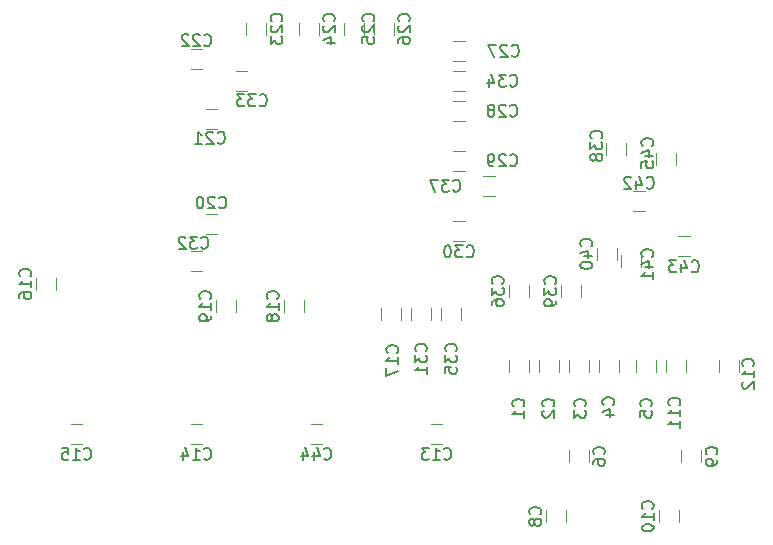
<source format=gbo>
G04 #@! TF.FileFunction,Legend,Bot*
%FSLAX46Y46*%
G04 Gerber Fmt 4.6, Leading zero omitted, Abs format (unit mm)*
G04 Created by KiCad (PCBNEW 4.0.4-stable) date 03/04/17 15:12:17*
%MOMM*%
%LPD*%
G01*
G04 APERTURE LIST*
%ADD10C,0.100000*%
%ADD11C,0.120000*%
%ADD12C,0.150000*%
G04 APERTURE END LIST*
D10*
D11*
X169760000Y-136660000D02*
X169760000Y-137660000D01*
X168060000Y-137660000D02*
X168060000Y-136660000D01*
X166155000Y-142740000D02*
X166155000Y-141740000D01*
X167855000Y-141740000D02*
X167855000Y-142740000D01*
X179285000Y-136660000D02*
X179285000Y-137660000D01*
X177585000Y-137660000D02*
X177585000Y-136660000D01*
X175680000Y-142740000D02*
X175680000Y-141740000D01*
X177380000Y-141740000D02*
X177380000Y-142740000D01*
X164680000Y-129040000D02*
X164680000Y-130040000D01*
X162980000Y-130040000D02*
X162980000Y-129040000D01*
X167220000Y-129040000D02*
X167220000Y-130040000D01*
X165520000Y-130040000D02*
X165520000Y-129040000D01*
X169760000Y-129040000D02*
X169760000Y-130040000D01*
X168060000Y-130040000D02*
X168060000Y-129040000D01*
X172300000Y-129040000D02*
X172300000Y-130040000D01*
X170600000Y-130040000D02*
X170600000Y-129040000D01*
X175475000Y-129040000D02*
X175475000Y-130040000D01*
X173775000Y-130040000D02*
X173775000Y-129040000D01*
X178015000Y-129040000D02*
X178015000Y-130040000D01*
X176315000Y-130040000D02*
X176315000Y-129040000D01*
X182460000Y-129040000D02*
X182460000Y-130040000D01*
X180760000Y-130040000D02*
X180760000Y-129040000D01*
X157345000Y-136105000D02*
X156345000Y-136105000D01*
X156345000Y-134405000D02*
X157345000Y-134405000D01*
X137025000Y-136105000D02*
X136025000Y-136105000D01*
X136025000Y-134405000D02*
X137025000Y-134405000D01*
X126865000Y-136105000D02*
X125865000Y-136105000D01*
X125865000Y-134405000D02*
X126865000Y-134405000D01*
X122975000Y-123055000D02*
X122975000Y-122055000D01*
X124675000Y-122055000D02*
X124675000Y-123055000D01*
X152185000Y-125595000D02*
X152185000Y-124595000D01*
X153885000Y-124595000D02*
X153885000Y-125595000D01*
X143930000Y-124960000D02*
X143930000Y-123960000D01*
X145630000Y-123960000D02*
X145630000Y-124960000D01*
X138215000Y-124960000D02*
X138215000Y-123960000D01*
X139915000Y-123960000D02*
X139915000Y-124960000D01*
X137295000Y-116625000D02*
X138295000Y-116625000D01*
X138295000Y-118325000D02*
X137295000Y-118325000D01*
X137295000Y-107735000D02*
X138295000Y-107735000D01*
X138295000Y-109435000D02*
X137295000Y-109435000D01*
X136025000Y-102655000D02*
X137025000Y-102655000D01*
X137025000Y-104355000D02*
X136025000Y-104355000D01*
X142455000Y-100465000D02*
X142455000Y-101465000D01*
X140755000Y-101465000D02*
X140755000Y-100465000D01*
X146900000Y-100465000D02*
X146900000Y-101465000D01*
X145200000Y-101465000D02*
X145200000Y-100465000D01*
X150710000Y-100465000D02*
X150710000Y-101465000D01*
X149010000Y-101465000D02*
X149010000Y-100465000D01*
X153250000Y-100465000D02*
X153250000Y-101465000D01*
X151550000Y-101465000D02*
X151550000Y-100465000D01*
X159250000Y-103720000D02*
X158250000Y-103720000D01*
X158250000Y-102020000D02*
X159250000Y-102020000D01*
X159250000Y-108800000D02*
X158250000Y-108800000D01*
X158250000Y-107100000D02*
X159250000Y-107100000D01*
X159250000Y-112991000D02*
X158250000Y-112991000D01*
X158250000Y-111291000D02*
X159250000Y-111291000D01*
X159250000Y-118960000D02*
X158250000Y-118960000D01*
X158250000Y-117260000D02*
X159250000Y-117260000D01*
X154725000Y-125595000D02*
X154725000Y-124595000D01*
X156425000Y-124595000D02*
X156425000Y-125595000D01*
X136025000Y-119800000D02*
X137025000Y-119800000D01*
X137025000Y-121500000D02*
X136025000Y-121500000D01*
X140835000Y-106260000D02*
X139835000Y-106260000D01*
X139835000Y-104560000D02*
X140835000Y-104560000D01*
X159250000Y-106260000D02*
X158250000Y-106260000D01*
X158250000Y-104560000D02*
X159250000Y-104560000D01*
X157265000Y-125595000D02*
X157265000Y-124595000D01*
X158965000Y-124595000D02*
X158965000Y-125595000D01*
X162980000Y-123690000D02*
X162980000Y-122690000D01*
X164680000Y-122690000D02*
X164680000Y-123690000D01*
X160790000Y-113450000D02*
X161790000Y-113450000D01*
X161790000Y-115150000D02*
X160790000Y-115150000D01*
X172935000Y-110625000D02*
X172935000Y-111625000D01*
X171235000Y-111625000D02*
X171235000Y-110625000D01*
X167425000Y-123690000D02*
X167425000Y-122690000D01*
X169125000Y-122690000D02*
X169125000Y-123690000D01*
X170473000Y-120515000D02*
X170473000Y-119515000D01*
X172173000Y-119515000D02*
X172173000Y-120515000D01*
X174205000Y-120150000D02*
X174205000Y-121150000D01*
X172505000Y-121150000D02*
X172505000Y-120150000D01*
X173490000Y-114720000D02*
X174490000Y-114720000D01*
X174490000Y-116420000D02*
X173490000Y-116420000D01*
X178300000Y-120230000D02*
X177300000Y-120230000D01*
X177300000Y-118530000D02*
X178300000Y-118530000D01*
X147185000Y-136105000D02*
X146185000Y-136105000D01*
X146185000Y-134405000D02*
X147185000Y-134405000D01*
X175426000Y-112514000D02*
X175426000Y-111514000D01*
X177126000Y-111514000D02*
X177126000Y-112514000D01*
D12*
X171017143Y-136993334D02*
X171064762Y-136945715D01*
X171112381Y-136802858D01*
X171112381Y-136707620D01*
X171064762Y-136564762D01*
X170969524Y-136469524D01*
X170874286Y-136421905D01*
X170683810Y-136374286D01*
X170540952Y-136374286D01*
X170350476Y-136421905D01*
X170255238Y-136469524D01*
X170160000Y-136564762D01*
X170112381Y-136707620D01*
X170112381Y-136802858D01*
X170160000Y-136945715D01*
X170207619Y-136993334D01*
X170112381Y-137850477D02*
X170112381Y-137660000D01*
X170160000Y-137564762D01*
X170207619Y-137517143D01*
X170350476Y-137421905D01*
X170540952Y-137374286D01*
X170921905Y-137374286D01*
X171017143Y-137421905D01*
X171064762Y-137469524D01*
X171112381Y-137564762D01*
X171112381Y-137755239D01*
X171064762Y-137850477D01*
X171017143Y-137898096D01*
X170921905Y-137945715D01*
X170683810Y-137945715D01*
X170588571Y-137898096D01*
X170540952Y-137850477D01*
X170493333Y-137755239D01*
X170493333Y-137564762D01*
X170540952Y-137469524D01*
X170588571Y-137421905D01*
X170683810Y-137374286D01*
X165612143Y-142073334D02*
X165659762Y-142025715D01*
X165707381Y-141882858D01*
X165707381Y-141787620D01*
X165659762Y-141644762D01*
X165564524Y-141549524D01*
X165469286Y-141501905D01*
X165278810Y-141454286D01*
X165135952Y-141454286D01*
X164945476Y-141501905D01*
X164850238Y-141549524D01*
X164755000Y-141644762D01*
X164707381Y-141787620D01*
X164707381Y-141882858D01*
X164755000Y-142025715D01*
X164802619Y-142073334D01*
X165135952Y-142644762D02*
X165088333Y-142549524D01*
X165040714Y-142501905D01*
X164945476Y-142454286D01*
X164897857Y-142454286D01*
X164802619Y-142501905D01*
X164755000Y-142549524D01*
X164707381Y-142644762D01*
X164707381Y-142835239D01*
X164755000Y-142930477D01*
X164802619Y-142978096D01*
X164897857Y-143025715D01*
X164945476Y-143025715D01*
X165040714Y-142978096D01*
X165088333Y-142930477D01*
X165135952Y-142835239D01*
X165135952Y-142644762D01*
X165183571Y-142549524D01*
X165231190Y-142501905D01*
X165326429Y-142454286D01*
X165516905Y-142454286D01*
X165612143Y-142501905D01*
X165659762Y-142549524D01*
X165707381Y-142644762D01*
X165707381Y-142835239D01*
X165659762Y-142930477D01*
X165612143Y-142978096D01*
X165516905Y-143025715D01*
X165326429Y-143025715D01*
X165231190Y-142978096D01*
X165183571Y-142930477D01*
X165135952Y-142835239D01*
X180542143Y-136993334D02*
X180589762Y-136945715D01*
X180637381Y-136802858D01*
X180637381Y-136707620D01*
X180589762Y-136564762D01*
X180494524Y-136469524D01*
X180399286Y-136421905D01*
X180208810Y-136374286D01*
X180065952Y-136374286D01*
X179875476Y-136421905D01*
X179780238Y-136469524D01*
X179685000Y-136564762D01*
X179637381Y-136707620D01*
X179637381Y-136802858D01*
X179685000Y-136945715D01*
X179732619Y-136993334D01*
X180637381Y-137469524D02*
X180637381Y-137660000D01*
X180589762Y-137755239D01*
X180542143Y-137802858D01*
X180399286Y-137898096D01*
X180208810Y-137945715D01*
X179827857Y-137945715D01*
X179732619Y-137898096D01*
X179685000Y-137850477D01*
X179637381Y-137755239D01*
X179637381Y-137564762D01*
X179685000Y-137469524D01*
X179732619Y-137421905D01*
X179827857Y-137374286D01*
X180065952Y-137374286D01*
X180161190Y-137421905D01*
X180208810Y-137469524D01*
X180256429Y-137564762D01*
X180256429Y-137755239D01*
X180208810Y-137850477D01*
X180161190Y-137898096D01*
X180065952Y-137945715D01*
X175137143Y-141597143D02*
X175184762Y-141549524D01*
X175232381Y-141406667D01*
X175232381Y-141311429D01*
X175184762Y-141168571D01*
X175089524Y-141073333D01*
X174994286Y-141025714D01*
X174803810Y-140978095D01*
X174660952Y-140978095D01*
X174470476Y-141025714D01*
X174375238Y-141073333D01*
X174280000Y-141168571D01*
X174232381Y-141311429D01*
X174232381Y-141406667D01*
X174280000Y-141549524D01*
X174327619Y-141597143D01*
X175232381Y-142549524D02*
X175232381Y-141978095D01*
X175232381Y-142263809D02*
X174232381Y-142263809D01*
X174375238Y-142168571D01*
X174470476Y-142073333D01*
X174518095Y-141978095D01*
X174232381Y-143168571D02*
X174232381Y-143263810D01*
X174280000Y-143359048D01*
X174327619Y-143406667D01*
X174422857Y-143454286D01*
X174613333Y-143501905D01*
X174851429Y-143501905D01*
X175041905Y-143454286D01*
X175137143Y-143406667D01*
X175184762Y-143359048D01*
X175232381Y-143263810D01*
X175232381Y-143168571D01*
X175184762Y-143073333D01*
X175137143Y-143025714D01*
X175041905Y-142978095D01*
X174851429Y-142930476D01*
X174613333Y-142930476D01*
X174422857Y-142978095D01*
X174327619Y-143025714D01*
X174280000Y-143073333D01*
X174232381Y-143168571D01*
X164187143Y-132929334D02*
X164234762Y-132881715D01*
X164282381Y-132738858D01*
X164282381Y-132643620D01*
X164234762Y-132500762D01*
X164139524Y-132405524D01*
X164044286Y-132357905D01*
X163853810Y-132310286D01*
X163710952Y-132310286D01*
X163520476Y-132357905D01*
X163425238Y-132405524D01*
X163330000Y-132500762D01*
X163282381Y-132643620D01*
X163282381Y-132738858D01*
X163330000Y-132881715D01*
X163377619Y-132929334D01*
X164282381Y-133881715D02*
X164282381Y-133310286D01*
X164282381Y-133596000D02*
X163282381Y-133596000D01*
X163425238Y-133500762D01*
X163520476Y-133405524D01*
X163568095Y-133310286D01*
X166727143Y-132929334D02*
X166774762Y-132881715D01*
X166822381Y-132738858D01*
X166822381Y-132643620D01*
X166774762Y-132500762D01*
X166679524Y-132405524D01*
X166584286Y-132357905D01*
X166393810Y-132310286D01*
X166250952Y-132310286D01*
X166060476Y-132357905D01*
X165965238Y-132405524D01*
X165870000Y-132500762D01*
X165822381Y-132643620D01*
X165822381Y-132738858D01*
X165870000Y-132881715D01*
X165917619Y-132929334D01*
X165917619Y-133310286D02*
X165870000Y-133357905D01*
X165822381Y-133453143D01*
X165822381Y-133691239D01*
X165870000Y-133786477D01*
X165917619Y-133834096D01*
X166012857Y-133881715D01*
X166108095Y-133881715D01*
X166250952Y-133834096D01*
X166822381Y-133262667D01*
X166822381Y-133881715D01*
X169394143Y-132929334D02*
X169441762Y-132881715D01*
X169489381Y-132738858D01*
X169489381Y-132643620D01*
X169441762Y-132500762D01*
X169346524Y-132405524D01*
X169251286Y-132357905D01*
X169060810Y-132310286D01*
X168917952Y-132310286D01*
X168727476Y-132357905D01*
X168632238Y-132405524D01*
X168537000Y-132500762D01*
X168489381Y-132643620D01*
X168489381Y-132738858D01*
X168537000Y-132881715D01*
X168584619Y-132929334D01*
X168489381Y-133262667D02*
X168489381Y-133881715D01*
X168870333Y-133548381D01*
X168870333Y-133691239D01*
X168917952Y-133786477D01*
X168965571Y-133834096D01*
X169060810Y-133881715D01*
X169298905Y-133881715D01*
X169394143Y-133834096D01*
X169441762Y-133786477D01*
X169489381Y-133691239D01*
X169489381Y-133405524D01*
X169441762Y-133310286D01*
X169394143Y-133262667D01*
X171807143Y-132802334D02*
X171854762Y-132754715D01*
X171902381Y-132611858D01*
X171902381Y-132516620D01*
X171854762Y-132373762D01*
X171759524Y-132278524D01*
X171664286Y-132230905D01*
X171473810Y-132183286D01*
X171330952Y-132183286D01*
X171140476Y-132230905D01*
X171045238Y-132278524D01*
X170950000Y-132373762D01*
X170902381Y-132516620D01*
X170902381Y-132611858D01*
X170950000Y-132754715D01*
X170997619Y-132802334D01*
X171235714Y-133659477D02*
X171902381Y-133659477D01*
X170854762Y-133421381D02*
X171569048Y-133183286D01*
X171569048Y-133802334D01*
X174982143Y-132929334D02*
X175029762Y-132881715D01*
X175077381Y-132738858D01*
X175077381Y-132643620D01*
X175029762Y-132500762D01*
X174934524Y-132405524D01*
X174839286Y-132357905D01*
X174648810Y-132310286D01*
X174505952Y-132310286D01*
X174315476Y-132357905D01*
X174220238Y-132405524D01*
X174125000Y-132500762D01*
X174077381Y-132643620D01*
X174077381Y-132738858D01*
X174125000Y-132881715D01*
X174172619Y-132929334D01*
X174077381Y-133834096D02*
X174077381Y-133357905D01*
X174553571Y-133310286D01*
X174505952Y-133357905D01*
X174458333Y-133453143D01*
X174458333Y-133691239D01*
X174505952Y-133786477D01*
X174553571Y-133834096D01*
X174648810Y-133881715D01*
X174886905Y-133881715D01*
X174982143Y-133834096D01*
X175029762Y-133786477D01*
X175077381Y-133691239D01*
X175077381Y-133453143D01*
X175029762Y-133357905D01*
X174982143Y-133310286D01*
X177395143Y-132834143D02*
X177442762Y-132786524D01*
X177490381Y-132643667D01*
X177490381Y-132548429D01*
X177442762Y-132405571D01*
X177347524Y-132310333D01*
X177252286Y-132262714D01*
X177061810Y-132215095D01*
X176918952Y-132215095D01*
X176728476Y-132262714D01*
X176633238Y-132310333D01*
X176538000Y-132405571D01*
X176490381Y-132548429D01*
X176490381Y-132643667D01*
X176538000Y-132786524D01*
X176585619Y-132834143D01*
X177490381Y-133786524D02*
X177490381Y-133215095D01*
X177490381Y-133500809D02*
X176490381Y-133500809D01*
X176633238Y-133405571D01*
X176728476Y-133310333D01*
X176776095Y-133215095D01*
X177490381Y-134738905D02*
X177490381Y-134167476D01*
X177490381Y-134453190D02*
X176490381Y-134453190D01*
X176633238Y-134357952D01*
X176728476Y-134262714D01*
X176776095Y-134167476D01*
X183618143Y-129532143D02*
X183665762Y-129484524D01*
X183713381Y-129341667D01*
X183713381Y-129246429D01*
X183665762Y-129103571D01*
X183570524Y-129008333D01*
X183475286Y-128960714D01*
X183284810Y-128913095D01*
X183141952Y-128913095D01*
X182951476Y-128960714D01*
X182856238Y-129008333D01*
X182761000Y-129103571D01*
X182713381Y-129246429D01*
X182713381Y-129341667D01*
X182761000Y-129484524D01*
X182808619Y-129532143D01*
X183713381Y-130484524D02*
X183713381Y-129913095D01*
X183713381Y-130198809D02*
X182713381Y-130198809D01*
X182856238Y-130103571D01*
X182951476Y-130008333D01*
X182999095Y-129913095D01*
X182808619Y-130865476D02*
X182761000Y-130913095D01*
X182713381Y-131008333D01*
X182713381Y-131246429D01*
X182761000Y-131341667D01*
X182808619Y-131389286D01*
X182903857Y-131436905D01*
X182999095Y-131436905D01*
X183141952Y-131389286D01*
X183713381Y-130817857D01*
X183713381Y-131436905D01*
X157487857Y-137362143D02*
X157535476Y-137409762D01*
X157678333Y-137457381D01*
X157773571Y-137457381D01*
X157916429Y-137409762D01*
X158011667Y-137314524D01*
X158059286Y-137219286D01*
X158106905Y-137028810D01*
X158106905Y-136885952D01*
X158059286Y-136695476D01*
X158011667Y-136600238D01*
X157916429Y-136505000D01*
X157773571Y-136457381D01*
X157678333Y-136457381D01*
X157535476Y-136505000D01*
X157487857Y-136552619D01*
X156535476Y-137457381D02*
X157106905Y-137457381D01*
X156821191Y-137457381D02*
X156821191Y-136457381D01*
X156916429Y-136600238D01*
X157011667Y-136695476D01*
X157106905Y-136743095D01*
X156202143Y-136457381D02*
X155583095Y-136457381D01*
X155916429Y-136838333D01*
X155773571Y-136838333D01*
X155678333Y-136885952D01*
X155630714Y-136933571D01*
X155583095Y-137028810D01*
X155583095Y-137266905D01*
X155630714Y-137362143D01*
X155678333Y-137409762D01*
X155773571Y-137457381D01*
X156059286Y-137457381D01*
X156154524Y-137409762D01*
X156202143Y-137362143D01*
X137167857Y-137362143D02*
X137215476Y-137409762D01*
X137358333Y-137457381D01*
X137453571Y-137457381D01*
X137596429Y-137409762D01*
X137691667Y-137314524D01*
X137739286Y-137219286D01*
X137786905Y-137028810D01*
X137786905Y-136885952D01*
X137739286Y-136695476D01*
X137691667Y-136600238D01*
X137596429Y-136505000D01*
X137453571Y-136457381D01*
X137358333Y-136457381D01*
X137215476Y-136505000D01*
X137167857Y-136552619D01*
X136215476Y-137457381D02*
X136786905Y-137457381D01*
X136501191Y-137457381D02*
X136501191Y-136457381D01*
X136596429Y-136600238D01*
X136691667Y-136695476D01*
X136786905Y-136743095D01*
X135358333Y-136790714D02*
X135358333Y-137457381D01*
X135596429Y-136409762D02*
X135834524Y-137124048D01*
X135215476Y-137124048D01*
X127007857Y-137362143D02*
X127055476Y-137409762D01*
X127198333Y-137457381D01*
X127293571Y-137457381D01*
X127436429Y-137409762D01*
X127531667Y-137314524D01*
X127579286Y-137219286D01*
X127626905Y-137028810D01*
X127626905Y-136885952D01*
X127579286Y-136695476D01*
X127531667Y-136600238D01*
X127436429Y-136505000D01*
X127293571Y-136457381D01*
X127198333Y-136457381D01*
X127055476Y-136505000D01*
X127007857Y-136552619D01*
X126055476Y-137457381D02*
X126626905Y-137457381D01*
X126341191Y-137457381D02*
X126341191Y-136457381D01*
X126436429Y-136600238D01*
X126531667Y-136695476D01*
X126626905Y-136743095D01*
X125150714Y-136457381D02*
X125626905Y-136457381D01*
X125674524Y-136933571D01*
X125626905Y-136885952D01*
X125531667Y-136838333D01*
X125293571Y-136838333D01*
X125198333Y-136885952D01*
X125150714Y-136933571D01*
X125103095Y-137028810D01*
X125103095Y-137266905D01*
X125150714Y-137362143D01*
X125198333Y-137409762D01*
X125293571Y-137457381D01*
X125531667Y-137457381D01*
X125626905Y-137409762D01*
X125674524Y-137362143D01*
X122432143Y-121912143D02*
X122479762Y-121864524D01*
X122527381Y-121721667D01*
X122527381Y-121626429D01*
X122479762Y-121483571D01*
X122384524Y-121388333D01*
X122289286Y-121340714D01*
X122098810Y-121293095D01*
X121955952Y-121293095D01*
X121765476Y-121340714D01*
X121670238Y-121388333D01*
X121575000Y-121483571D01*
X121527381Y-121626429D01*
X121527381Y-121721667D01*
X121575000Y-121864524D01*
X121622619Y-121912143D01*
X122527381Y-122864524D02*
X122527381Y-122293095D01*
X122527381Y-122578809D02*
X121527381Y-122578809D01*
X121670238Y-122483571D01*
X121765476Y-122388333D01*
X121813095Y-122293095D01*
X121527381Y-123721667D02*
X121527381Y-123531190D01*
X121575000Y-123435952D01*
X121622619Y-123388333D01*
X121765476Y-123293095D01*
X121955952Y-123245476D01*
X122336905Y-123245476D01*
X122432143Y-123293095D01*
X122479762Y-123340714D01*
X122527381Y-123435952D01*
X122527381Y-123626429D01*
X122479762Y-123721667D01*
X122432143Y-123769286D01*
X122336905Y-123816905D01*
X122098810Y-123816905D01*
X122003571Y-123769286D01*
X121955952Y-123721667D01*
X121908333Y-123626429D01*
X121908333Y-123435952D01*
X121955952Y-123340714D01*
X122003571Y-123293095D01*
X122098810Y-123245476D01*
X153519143Y-128389143D02*
X153566762Y-128341524D01*
X153614381Y-128198667D01*
X153614381Y-128103429D01*
X153566762Y-127960571D01*
X153471524Y-127865333D01*
X153376286Y-127817714D01*
X153185810Y-127770095D01*
X153042952Y-127770095D01*
X152852476Y-127817714D01*
X152757238Y-127865333D01*
X152662000Y-127960571D01*
X152614381Y-128103429D01*
X152614381Y-128198667D01*
X152662000Y-128341524D01*
X152709619Y-128389143D01*
X153614381Y-129341524D02*
X153614381Y-128770095D01*
X153614381Y-129055809D02*
X152614381Y-129055809D01*
X152757238Y-128960571D01*
X152852476Y-128865333D01*
X152900095Y-128770095D01*
X152614381Y-129674857D02*
X152614381Y-130341524D01*
X153614381Y-129912952D01*
X143387143Y-123817143D02*
X143434762Y-123769524D01*
X143482381Y-123626667D01*
X143482381Y-123531429D01*
X143434762Y-123388571D01*
X143339524Y-123293333D01*
X143244286Y-123245714D01*
X143053810Y-123198095D01*
X142910952Y-123198095D01*
X142720476Y-123245714D01*
X142625238Y-123293333D01*
X142530000Y-123388571D01*
X142482381Y-123531429D01*
X142482381Y-123626667D01*
X142530000Y-123769524D01*
X142577619Y-123817143D01*
X143482381Y-124769524D02*
X143482381Y-124198095D01*
X143482381Y-124483809D02*
X142482381Y-124483809D01*
X142625238Y-124388571D01*
X142720476Y-124293333D01*
X142768095Y-124198095D01*
X142910952Y-125340952D02*
X142863333Y-125245714D01*
X142815714Y-125198095D01*
X142720476Y-125150476D01*
X142672857Y-125150476D01*
X142577619Y-125198095D01*
X142530000Y-125245714D01*
X142482381Y-125340952D01*
X142482381Y-125531429D01*
X142530000Y-125626667D01*
X142577619Y-125674286D01*
X142672857Y-125721905D01*
X142720476Y-125721905D01*
X142815714Y-125674286D01*
X142863333Y-125626667D01*
X142910952Y-125531429D01*
X142910952Y-125340952D01*
X142958571Y-125245714D01*
X143006190Y-125198095D01*
X143101429Y-125150476D01*
X143291905Y-125150476D01*
X143387143Y-125198095D01*
X143434762Y-125245714D01*
X143482381Y-125340952D01*
X143482381Y-125531429D01*
X143434762Y-125626667D01*
X143387143Y-125674286D01*
X143291905Y-125721905D01*
X143101429Y-125721905D01*
X143006190Y-125674286D01*
X142958571Y-125626667D01*
X142910952Y-125531429D01*
X137672143Y-123817143D02*
X137719762Y-123769524D01*
X137767381Y-123626667D01*
X137767381Y-123531429D01*
X137719762Y-123388571D01*
X137624524Y-123293333D01*
X137529286Y-123245714D01*
X137338810Y-123198095D01*
X137195952Y-123198095D01*
X137005476Y-123245714D01*
X136910238Y-123293333D01*
X136815000Y-123388571D01*
X136767381Y-123531429D01*
X136767381Y-123626667D01*
X136815000Y-123769524D01*
X136862619Y-123817143D01*
X137767381Y-124769524D02*
X137767381Y-124198095D01*
X137767381Y-124483809D02*
X136767381Y-124483809D01*
X136910238Y-124388571D01*
X137005476Y-124293333D01*
X137053095Y-124198095D01*
X137767381Y-125245714D02*
X137767381Y-125436190D01*
X137719762Y-125531429D01*
X137672143Y-125579048D01*
X137529286Y-125674286D01*
X137338810Y-125721905D01*
X136957857Y-125721905D01*
X136862619Y-125674286D01*
X136815000Y-125626667D01*
X136767381Y-125531429D01*
X136767381Y-125340952D01*
X136815000Y-125245714D01*
X136862619Y-125198095D01*
X136957857Y-125150476D01*
X137195952Y-125150476D01*
X137291190Y-125198095D01*
X137338810Y-125245714D01*
X137386429Y-125340952D01*
X137386429Y-125531429D01*
X137338810Y-125626667D01*
X137291190Y-125674286D01*
X137195952Y-125721905D01*
X138437857Y-116082143D02*
X138485476Y-116129762D01*
X138628333Y-116177381D01*
X138723571Y-116177381D01*
X138866429Y-116129762D01*
X138961667Y-116034524D01*
X139009286Y-115939286D01*
X139056905Y-115748810D01*
X139056905Y-115605952D01*
X139009286Y-115415476D01*
X138961667Y-115320238D01*
X138866429Y-115225000D01*
X138723571Y-115177381D01*
X138628333Y-115177381D01*
X138485476Y-115225000D01*
X138437857Y-115272619D01*
X138056905Y-115272619D02*
X138009286Y-115225000D01*
X137914048Y-115177381D01*
X137675952Y-115177381D01*
X137580714Y-115225000D01*
X137533095Y-115272619D01*
X137485476Y-115367857D01*
X137485476Y-115463095D01*
X137533095Y-115605952D01*
X138104524Y-116177381D01*
X137485476Y-116177381D01*
X136866429Y-115177381D02*
X136771190Y-115177381D01*
X136675952Y-115225000D01*
X136628333Y-115272619D01*
X136580714Y-115367857D01*
X136533095Y-115558333D01*
X136533095Y-115796429D01*
X136580714Y-115986905D01*
X136628333Y-116082143D01*
X136675952Y-116129762D01*
X136771190Y-116177381D01*
X136866429Y-116177381D01*
X136961667Y-116129762D01*
X137009286Y-116082143D01*
X137056905Y-115986905D01*
X137104524Y-115796429D01*
X137104524Y-115558333D01*
X137056905Y-115367857D01*
X137009286Y-115272619D01*
X136961667Y-115225000D01*
X136866429Y-115177381D01*
X138310857Y-110593143D02*
X138358476Y-110640762D01*
X138501333Y-110688381D01*
X138596571Y-110688381D01*
X138739429Y-110640762D01*
X138834667Y-110545524D01*
X138882286Y-110450286D01*
X138929905Y-110259810D01*
X138929905Y-110116952D01*
X138882286Y-109926476D01*
X138834667Y-109831238D01*
X138739429Y-109736000D01*
X138596571Y-109688381D01*
X138501333Y-109688381D01*
X138358476Y-109736000D01*
X138310857Y-109783619D01*
X137929905Y-109783619D02*
X137882286Y-109736000D01*
X137787048Y-109688381D01*
X137548952Y-109688381D01*
X137453714Y-109736000D01*
X137406095Y-109783619D01*
X137358476Y-109878857D01*
X137358476Y-109974095D01*
X137406095Y-110116952D01*
X137977524Y-110688381D01*
X137358476Y-110688381D01*
X136406095Y-110688381D02*
X136977524Y-110688381D01*
X136691810Y-110688381D02*
X136691810Y-109688381D01*
X136787048Y-109831238D01*
X136882286Y-109926476D01*
X136977524Y-109974095D01*
X137167857Y-102338143D02*
X137215476Y-102385762D01*
X137358333Y-102433381D01*
X137453571Y-102433381D01*
X137596429Y-102385762D01*
X137691667Y-102290524D01*
X137739286Y-102195286D01*
X137786905Y-102004810D01*
X137786905Y-101861952D01*
X137739286Y-101671476D01*
X137691667Y-101576238D01*
X137596429Y-101481000D01*
X137453571Y-101433381D01*
X137358333Y-101433381D01*
X137215476Y-101481000D01*
X137167857Y-101528619D01*
X136786905Y-101528619D02*
X136739286Y-101481000D01*
X136644048Y-101433381D01*
X136405952Y-101433381D01*
X136310714Y-101481000D01*
X136263095Y-101528619D01*
X136215476Y-101623857D01*
X136215476Y-101719095D01*
X136263095Y-101861952D01*
X136834524Y-102433381D01*
X136215476Y-102433381D01*
X135834524Y-101528619D02*
X135786905Y-101481000D01*
X135691667Y-101433381D01*
X135453571Y-101433381D01*
X135358333Y-101481000D01*
X135310714Y-101528619D01*
X135263095Y-101623857D01*
X135263095Y-101719095D01*
X135310714Y-101861952D01*
X135882143Y-102433381D01*
X135263095Y-102433381D01*
X143712143Y-100322143D02*
X143759762Y-100274524D01*
X143807381Y-100131667D01*
X143807381Y-100036429D01*
X143759762Y-99893571D01*
X143664524Y-99798333D01*
X143569286Y-99750714D01*
X143378810Y-99703095D01*
X143235952Y-99703095D01*
X143045476Y-99750714D01*
X142950238Y-99798333D01*
X142855000Y-99893571D01*
X142807381Y-100036429D01*
X142807381Y-100131667D01*
X142855000Y-100274524D01*
X142902619Y-100322143D01*
X142902619Y-100703095D02*
X142855000Y-100750714D01*
X142807381Y-100845952D01*
X142807381Y-101084048D01*
X142855000Y-101179286D01*
X142902619Y-101226905D01*
X142997857Y-101274524D01*
X143093095Y-101274524D01*
X143235952Y-101226905D01*
X143807381Y-100655476D01*
X143807381Y-101274524D01*
X142807381Y-101607857D02*
X142807381Y-102226905D01*
X143188333Y-101893571D01*
X143188333Y-102036429D01*
X143235952Y-102131667D01*
X143283571Y-102179286D01*
X143378810Y-102226905D01*
X143616905Y-102226905D01*
X143712143Y-102179286D01*
X143759762Y-102131667D01*
X143807381Y-102036429D01*
X143807381Y-101750714D01*
X143759762Y-101655476D01*
X143712143Y-101607857D01*
X148157143Y-100322143D02*
X148204762Y-100274524D01*
X148252381Y-100131667D01*
X148252381Y-100036429D01*
X148204762Y-99893571D01*
X148109524Y-99798333D01*
X148014286Y-99750714D01*
X147823810Y-99703095D01*
X147680952Y-99703095D01*
X147490476Y-99750714D01*
X147395238Y-99798333D01*
X147300000Y-99893571D01*
X147252381Y-100036429D01*
X147252381Y-100131667D01*
X147300000Y-100274524D01*
X147347619Y-100322143D01*
X147347619Y-100703095D02*
X147300000Y-100750714D01*
X147252381Y-100845952D01*
X147252381Y-101084048D01*
X147300000Y-101179286D01*
X147347619Y-101226905D01*
X147442857Y-101274524D01*
X147538095Y-101274524D01*
X147680952Y-101226905D01*
X148252381Y-100655476D01*
X148252381Y-101274524D01*
X147585714Y-102131667D02*
X148252381Y-102131667D01*
X147204762Y-101893571D02*
X147919048Y-101655476D01*
X147919048Y-102274524D01*
X151487143Y-100322143D02*
X151534762Y-100274524D01*
X151582381Y-100131667D01*
X151582381Y-100036429D01*
X151534762Y-99893571D01*
X151439524Y-99798333D01*
X151344286Y-99750714D01*
X151153810Y-99703095D01*
X151010952Y-99703095D01*
X150820476Y-99750714D01*
X150725238Y-99798333D01*
X150630000Y-99893571D01*
X150582381Y-100036429D01*
X150582381Y-100131667D01*
X150630000Y-100274524D01*
X150677619Y-100322143D01*
X150677619Y-100703095D02*
X150630000Y-100750714D01*
X150582381Y-100845952D01*
X150582381Y-101084048D01*
X150630000Y-101179286D01*
X150677619Y-101226905D01*
X150772857Y-101274524D01*
X150868095Y-101274524D01*
X151010952Y-101226905D01*
X151582381Y-100655476D01*
X151582381Y-101274524D01*
X150582381Y-102179286D02*
X150582381Y-101703095D01*
X151058571Y-101655476D01*
X151010952Y-101703095D01*
X150963333Y-101798333D01*
X150963333Y-102036429D01*
X151010952Y-102131667D01*
X151058571Y-102179286D01*
X151153810Y-102226905D01*
X151391905Y-102226905D01*
X151487143Y-102179286D01*
X151534762Y-102131667D01*
X151582381Y-102036429D01*
X151582381Y-101798333D01*
X151534762Y-101703095D01*
X151487143Y-101655476D01*
X154507143Y-100322143D02*
X154554762Y-100274524D01*
X154602381Y-100131667D01*
X154602381Y-100036429D01*
X154554762Y-99893571D01*
X154459524Y-99798333D01*
X154364286Y-99750714D01*
X154173810Y-99703095D01*
X154030952Y-99703095D01*
X153840476Y-99750714D01*
X153745238Y-99798333D01*
X153650000Y-99893571D01*
X153602381Y-100036429D01*
X153602381Y-100131667D01*
X153650000Y-100274524D01*
X153697619Y-100322143D01*
X153697619Y-100703095D02*
X153650000Y-100750714D01*
X153602381Y-100845952D01*
X153602381Y-101084048D01*
X153650000Y-101179286D01*
X153697619Y-101226905D01*
X153792857Y-101274524D01*
X153888095Y-101274524D01*
X154030952Y-101226905D01*
X154602381Y-100655476D01*
X154602381Y-101274524D01*
X153602381Y-102131667D02*
X153602381Y-101941190D01*
X153650000Y-101845952D01*
X153697619Y-101798333D01*
X153840476Y-101703095D01*
X154030952Y-101655476D01*
X154411905Y-101655476D01*
X154507143Y-101703095D01*
X154554762Y-101750714D01*
X154602381Y-101845952D01*
X154602381Y-102036429D01*
X154554762Y-102131667D01*
X154507143Y-102179286D01*
X154411905Y-102226905D01*
X154173810Y-102226905D01*
X154078571Y-102179286D01*
X154030952Y-102131667D01*
X153983333Y-102036429D01*
X153983333Y-101845952D01*
X154030952Y-101750714D01*
X154078571Y-101703095D01*
X154173810Y-101655476D01*
X163202857Y-103227143D02*
X163250476Y-103274762D01*
X163393333Y-103322381D01*
X163488571Y-103322381D01*
X163631429Y-103274762D01*
X163726667Y-103179524D01*
X163774286Y-103084286D01*
X163821905Y-102893810D01*
X163821905Y-102750952D01*
X163774286Y-102560476D01*
X163726667Y-102465238D01*
X163631429Y-102370000D01*
X163488571Y-102322381D01*
X163393333Y-102322381D01*
X163250476Y-102370000D01*
X163202857Y-102417619D01*
X162821905Y-102417619D02*
X162774286Y-102370000D01*
X162679048Y-102322381D01*
X162440952Y-102322381D01*
X162345714Y-102370000D01*
X162298095Y-102417619D01*
X162250476Y-102512857D01*
X162250476Y-102608095D01*
X162298095Y-102750952D01*
X162869524Y-103322381D01*
X162250476Y-103322381D01*
X161917143Y-102322381D02*
X161250476Y-102322381D01*
X161679048Y-103322381D01*
X163075857Y-108307143D02*
X163123476Y-108354762D01*
X163266333Y-108402381D01*
X163361571Y-108402381D01*
X163504429Y-108354762D01*
X163599667Y-108259524D01*
X163647286Y-108164286D01*
X163694905Y-107973810D01*
X163694905Y-107830952D01*
X163647286Y-107640476D01*
X163599667Y-107545238D01*
X163504429Y-107450000D01*
X163361571Y-107402381D01*
X163266333Y-107402381D01*
X163123476Y-107450000D01*
X163075857Y-107497619D01*
X162694905Y-107497619D02*
X162647286Y-107450000D01*
X162552048Y-107402381D01*
X162313952Y-107402381D01*
X162218714Y-107450000D01*
X162171095Y-107497619D01*
X162123476Y-107592857D01*
X162123476Y-107688095D01*
X162171095Y-107830952D01*
X162742524Y-108402381D01*
X162123476Y-108402381D01*
X161552048Y-107830952D02*
X161647286Y-107783333D01*
X161694905Y-107735714D01*
X161742524Y-107640476D01*
X161742524Y-107592857D01*
X161694905Y-107497619D01*
X161647286Y-107450000D01*
X161552048Y-107402381D01*
X161361571Y-107402381D01*
X161266333Y-107450000D01*
X161218714Y-107497619D01*
X161171095Y-107592857D01*
X161171095Y-107640476D01*
X161218714Y-107735714D01*
X161266333Y-107783333D01*
X161361571Y-107830952D01*
X161552048Y-107830952D01*
X161647286Y-107878571D01*
X161694905Y-107926190D01*
X161742524Y-108021429D01*
X161742524Y-108211905D01*
X161694905Y-108307143D01*
X161647286Y-108354762D01*
X161552048Y-108402381D01*
X161361571Y-108402381D01*
X161266333Y-108354762D01*
X161218714Y-108307143D01*
X161171095Y-108211905D01*
X161171095Y-108021429D01*
X161218714Y-107926190D01*
X161266333Y-107878571D01*
X161361571Y-107830952D01*
X163075857Y-112498143D02*
X163123476Y-112545762D01*
X163266333Y-112593381D01*
X163361571Y-112593381D01*
X163504429Y-112545762D01*
X163599667Y-112450524D01*
X163647286Y-112355286D01*
X163694905Y-112164810D01*
X163694905Y-112021952D01*
X163647286Y-111831476D01*
X163599667Y-111736238D01*
X163504429Y-111641000D01*
X163361571Y-111593381D01*
X163266333Y-111593381D01*
X163123476Y-111641000D01*
X163075857Y-111688619D01*
X162694905Y-111688619D02*
X162647286Y-111641000D01*
X162552048Y-111593381D01*
X162313952Y-111593381D01*
X162218714Y-111641000D01*
X162171095Y-111688619D01*
X162123476Y-111783857D01*
X162123476Y-111879095D01*
X162171095Y-112021952D01*
X162742524Y-112593381D01*
X162123476Y-112593381D01*
X161647286Y-112593381D02*
X161456810Y-112593381D01*
X161361571Y-112545762D01*
X161313952Y-112498143D01*
X161218714Y-112355286D01*
X161171095Y-112164810D01*
X161171095Y-111783857D01*
X161218714Y-111688619D01*
X161266333Y-111641000D01*
X161361571Y-111593381D01*
X161552048Y-111593381D01*
X161647286Y-111641000D01*
X161694905Y-111688619D01*
X161742524Y-111783857D01*
X161742524Y-112021952D01*
X161694905Y-112117190D01*
X161647286Y-112164810D01*
X161552048Y-112212429D01*
X161361571Y-112212429D01*
X161266333Y-112164810D01*
X161218714Y-112117190D01*
X161171095Y-112021952D01*
X159392857Y-120217143D02*
X159440476Y-120264762D01*
X159583333Y-120312381D01*
X159678571Y-120312381D01*
X159821429Y-120264762D01*
X159916667Y-120169524D01*
X159964286Y-120074286D01*
X160011905Y-119883810D01*
X160011905Y-119740952D01*
X159964286Y-119550476D01*
X159916667Y-119455238D01*
X159821429Y-119360000D01*
X159678571Y-119312381D01*
X159583333Y-119312381D01*
X159440476Y-119360000D01*
X159392857Y-119407619D01*
X159059524Y-119312381D02*
X158440476Y-119312381D01*
X158773810Y-119693333D01*
X158630952Y-119693333D01*
X158535714Y-119740952D01*
X158488095Y-119788571D01*
X158440476Y-119883810D01*
X158440476Y-120121905D01*
X158488095Y-120217143D01*
X158535714Y-120264762D01*
X158630952Y-120312381D01*
X158916667Y-120312381D01*
X159011905Y-120264762D01*
X159059524Y-120217143D01*
X157821429Y-119312381D02*
X157726190Y-119312381D01*
X157630952Y-119360000D01*
X157583333Y-119407619D01*
X157535714Y-119502857D01*
X157488095Y-119693333D01*
X157488095Y-119931429D01*
X157535714Y-120121905D01*
X157583333Y-120217143D01*
X157630952Y-120264762D01*
X157726190Y-120312381D01*
X157821429Y-120312381D01*
X157916667Y-120264762D01*
X157964286Y-120217143D01*
X158011905Y-120121905D01*
X158059524Y-119931429D01*
X158059524Y-119693333D01*
X158011905Y-119502857D01*
X157964286Y-119407619D01*
X157916667Y-119360000D01*
X157821429Y-119312381D01*
X155932143Y-128262143D02*
X155979762Y-128214524D01*
X156027381Y-128071667D01*
X156027381Y-127976429D01*
X155979762Y-127833571D01*
X155884524Y-127738333D01*
X155789286Y-127690714D01*
X155598810Y-127643095D01*
X155455952Y-127643095D01*
X155265476Y-127690714D01*
X155170238Y-127738333D01*
X155075000Y-127833571D01*
X155027381Y-127976429D01*
X155027381Y-128071667D01*
X155075000Y-128214524D01*
X155122619Y-128262143D01*
X155027381Y-128595476D02*
X155027381Y-129214524D01*
X155408333Y-128881190D01*
X155408333Y-129024048D01*
X155455952Y-129119286D01*
X155503571Y-129166905D01*
X155598810Y-129214524D01*
X155836905Y-129214524D01*
X155932143Y-129166905D01*
X155979762Y-129119286D01*
X156027381Y-129024048D01*
X156027381Y-128738333D01*
X155979762Y-128643095D01*
X155932143Y-128595476D01*
X156027381Y-130166905D02*
X156027381Y-129595476D01*
X156027381Y-129881190D02*
X155027381Y-129881190D01*
X155170238Y-129785952D01*
X155265476Y-129690714D01*
X155313095Y-129595476D01*
X136913857Y-119483143D02*
X136961476Y-119530762D01*
X137104333Y-119578381D01*
X137199571Y-119578381D01*
X137342429Y-119530762D01*
X137437667Y-119435524D01*
X137485286Y-119340286D01*
X137532905Y-119149810D01*
X137532905Y-119006952D01*
X137485286Y-118816476D01*
X137437667Y-118721238D01*
X137342429Y-118626000D01*
X137199571Y-118578381D01*
X137104333Y-118578381D01*
X136961476Y-118626000D01*
X136913857Y-118673619D01*
X136580524Y-118578381D02*
X135961476Y-118578381D01*
X136294810Y-118959333D01*
X136151952Y-118959333D01*
X136056714Y-119006952D01*
X136009095Y-119054571D01*
X135961476Y-119149810D01*
X135961476Y-119387905D01*
X136009095Y-119483143D01*
X136056714Y-119530762D01*
X136151952Y-119578381D01*
X136437667Y-119578381D01*
X136532905Y-119530762D01*
X136580524Y-119483143D01*
X135580524Y-118673619D02*
X135532905Y-118626000D01*
X135437667Y-118578381D01*
X135199571Y-118578381D01*
X135104333Y-118626000D01*
X135056714Y-118673619D01*
X135009095Y-118768857D01*
X135009095Y-118864095D01*
X135056714Y-119006952D01*
X135628143Y-119578381D01*
X135009095Y-119578381D01*
X141866857Y-107418143D02*
X141914476Y-107465762D01*
X142057333Y-107513381D01*
X142152571Y-107513381D01*
X142295429Y-107465762D01*
X142390667Y-107370524D01*
X142438286Y-107275286D01*
X142485905Y-107084810D01*
X142485905Y-106941952D01*
X142438286Y-106751476D01*
X142390667Y-106656238D01*
X142295429Y-106561000D01*
X142152571Y-106513381D01*
X142057333Y-106513381D01*
X141914476Y-106561000D01*
X141866857Y-106608619D01*
X141533524Y-106513381D02*
X140914476Y-106513381D01*
X141247810Y-106894333D01*
X141104952Y-106894333D01*
X141009714Y-106941952D01*
X140962095Y-106989571D01*
X140914476Y-107084810D01*
X140914476Y-107322905D01*
X140962095Y-107418143D01*
X141009714Y-107465762D01*
X141104952Y-107513381D01*
X141390667Y-107513381D01*
X141485905Y-107465762D01*
X141533524Y-107418143D01*
X140581143Y-106513381D02*
X139962095Y-106513381D01*
X140295429Y-106894333D01*
X140152571Y-106894333D01*
X140057333Y-106941952D01*
X140009714Y-106989571D01*
X139962095Y-107084810D01*
X139962095Y-107322905D01*
X140009714Y-107418143D01*
X140057333Y-107465762D01*
X140152571Y-107513381D01*
X140438286Y-107513381D01*
X140533524Y-107465762D01*
X140581143Y-107418143D01*
X163075857Y-105767143D02*
X163123476Y-105814762D01*
X163266333Y-105862381D01*
X163361571Y-105862381D01*
X163504429Y-105814762D01*
X163599667Y-105719524D01*
X163647286Y-105624286D01*
X163694905Y-105433810D01*
X163694905Y-105290952D01*
X163647286Y-105100476D01*
X163599667Y-105005238D01*
X163504429Y-104910000D01*
X163361571Y-104862381D01*
X163266333Y-104862381D01*
X163123476Y-104910000D01*
X163075857Y-104957619D01*
X162742524Y-104862381D02*
X162123476Y-104862381D01*
X162456810Y-105243333D01*
X162313952Y-105243333D01*
X162218714Y-105290952D01*
X162171095Y-105338571D01*
X162123476Y-105433810D01*
X162123476Y-105671905D01*
X162171095Y-105767143D01*
X162218714Y-105814762D01*
X162313952Y-105862381D01*
X162599667Y-105862381D01*
X162694905Y-105814762D01*
X162742524Y-105767143D01*
X161266333Y-105195714D02*
X161266333Y-105862381D01*
X161504429Y-104814762D02*
X161742524Y-105529048D01*
X161123476Y-105529048D01*
X158472143Y-128262143D02*
X158519762Y-128214524D01*
X158567381Y-128071667D01*
X158567381Y-127976429D01*
X158519762Y-127833571D01*
X158424524Y-127738333D01*
X158329286Y-127690714D01*
X158138810Y-127643095D01*
X157995952Y-127643095D01*
X157805476Y-127690714D01*
X157710238Y-127738333D01*
X157615000Y-127833571D01*
X157567381Y-127976429D01*
X157567381Y-128071667D01*
X157615000Y-128214524D01*
X157662619Y-128262143D01*
X157567381Y-128595476D02*
X157567381Y-129214524D01*
X157948333Y-128881190D01*
X157948333Y-129024048D01*
X157995952Y-129119286D01*
X158043571Y-129166905D01*
X158138810Y-129214524D01*
X158376905Y-129214524D01*
X158472143Y-129166905D01*
X158519762Y-129119286D01*
X158567381Y-129024048D01*
X158567381Y-128738333D01*
X158519762Y-128643095D01*
X158472143Y-128595476D01*
X157567381Y-130119286D02*
X157567381Y-129643095D01*
X158043571Y-129595476D01*
X157995952Y-129643095D01*
X157948333Y-129738333D01*
X157948333Y-129976429D01*
X157995952Y-130071667D01*
X158043571Y-130119286D01*
X158138810Y-130166905D01*
X158376905Y-130166905D01*
X158472143Y-130119286D01*
X158519762Y-130071667D01*
X158567381Y-129976429D01*
X158567381Y-129738333D01*
X158519762Y-129643095D01*
X158472143Y-129595476D01*
X162437143Y-122547143D02*
X162484762Y-122499524D01*
X162532381Y-122356667D01*
X162532381Y-122261429D01*
X162484762Y-122118571D01*
X162389524Y-122023333D01*
X162294286Y-121975714D01*
X162103810Y-121928095D01*
X161960952Y-121928095D01*
X161770476Y-121975714D01*
X161675238Y-122023333D01*
X161580000Y-122118571D01*
X161532381Y-122261429D01*
X161532381Y-122356667D01*
X161580000Y-122499524D01*
X161627619Y-122547143D01*
X161532381Y-122880476D02*
X161532381Y-123499524D01*
X161913333Y-123166190D01*
X161913333Y-123309048D01*
X161960952Y-123404286D01*
X162008571Y-123451905D01*
X162103810Y-123499524D01*
X162341905Y-123499524D01*
X162437143Y-123451905D01*
X162484762Y-123404286D01*
X162532381Y-123309048D01*
X162532381Y-123023333D01*
X162484762Y-122928095D01*
X162437143Y-122880476D01*
X161532381Y-124356667D02*
X161532381Y-124166190D01*
X161580000Y-124070952D01*
X161627619Y-124023333D01*
X161770476Y-123928095D01*
X161960952Y-123880476D01*
X162341905Y-123880476D01*
X162437143Y-123928095D01*
X162484762Y-123975714D01*
X162532381Y-124070952D01*
X162532381Y-124261429D01*
X162484762Y-124356667D01*
X162437143Y-124404286D01*
X162341905Y-124451905D01*
X162103810Y-124451905D01*
X162008571Y-124404286D01*
X161960952Y-124356667D01*
X161913333Y-124261429D01*
X161913333Y-124070952D01*
X161960952Y-123975714D01*
X162008571Y-123928095D01*
X162103810Y-123880476D01*
X158249857Y-114657143D02*
X158297476Y-114704762D01*
X158440333Y-114752381D01*
X158535571Y-114752381D01*
X158678429Y-114704762D01*
X158773667Y-114609524D01*
X158821286Y-114514286D01*
X158868905Y-114323810D01*
X158868905Y-114180952D01*
X158821286Y-113990476D01*
X158773667Y-113895238D01*
X158678429Y-113800000D01*
X158535571Y-113752381D01*
X158440333Y-113752381D01*
X158297476Y-113800000D01*
X158249857Y-113847619D01*
X157916524Y-113752381D02*
X157297476Y-113752381D01*
X157630810Y-114133333D01*
X157487952Y-114133333D01*
X157392714Y-114180952D01*
X157345095Y-114228571D01*
X157297476Y-114323810D01*
X157297476Y-114561905D01*
X157345095Y-114657143D01*
X157392714Y-114704762D01*
X157487952Y-114752381D01*
X157773667Y-114752381D01*
X157868905Y-114704762D01*
X157916524Y-114657143D01*
X156964143Y-113752381D02*
X156297476Y-113752381D01*
X156726048Y-114752381D01*
X170791143Y-110228143D02*
X170838762Y-110180524D01*
X170886381Y-110037667D01*
X170886381Y-109942429D01*
X170838762Y-109799571D01*
X170743524Y-109704333D01*
X170648286Y-109656714D01*
X170457810Y-109609095D01*
X170314952Y-109609095D01*
X170124476Y-109656714D01*
X170029238Y-109704333D01*
X169934000Y-109799571D01*
X169886381Y-109942429D01*
X169886381Y-110037667D01*
X169934000Y-110180524D01*
X169981619Y-110228143D01*
X169886381Y-110561476D02*
X169886381Y-111180524D01*
X170267333Y-110847190D01*
X170267333Y-110990048D01*
X170314952Y-111085286D01*
X170362571Y-111132905D01*
X170457810Y-111180524D01*
X170695905Y-111180524D01*
X170791143Y-111132905D01*
X170838762Y-111085286D01*
X170886381Y-110990048D01*
X170886381Y-110704333D01*
X170838762Y-110609095D01*
X170791143Y-110561476D01*
X170314952Y-111751952D02*
X170267333Y-111656714D01*
X170219714Y-111609095D01*
X170124476Y-111561476D01*
X170076857Y-111561476D01*
X169981619Y-111609095D01*
X169934000Y-111656714D01*
X169886381Y-111751952D01*
X169886381Y-111942429D01*
X169934000Y-112037667D01*
X169981619Y-112085286D01*
X170076857Y-112132905D01*
X170124476Y-112132905D01*
X170219714Y-112085286D01*
X170267333Y-112037667D01*
X170314952Y-111942429D01*
X170314952Y-111751952D01*
X170362571Y-111656714D01*
X170410190Y-111609095D01*
X170505429Y-111561476D01*
X170695905Y-111561476D01*
X170791143Y-111609095D01*
X170838762Y-111656714D01*
X170886381Y-111751952D01*
X170886381Y-111942429D01*
X170838762Y-112037667D01*
X170791143Y-112085286D01*
X170695905Y-112132905D01*
X170505429Y-112132905D01*
X170410190Y-112085286D01*
X170362571Y-112037667D01*
X170314952Y-111942429D01*
X166882143Y-122547143D02*
X166929762Y-122499524D01*
X166977381Y-122356667D01*
X166977381Y-122261429D01*
X166929762Y-122118571D01*
X166834524Y-122023333D01*
X166739286Y-121975714D01*
X166548810Y-121928095D01*
X166405952Y-121928095D01*
X166215476Y-121975714D01*
X166120238Y-122023333D01*
X166025000Y-122118571D01*
X165977381Y-122261429D01*
X165977381Y-122356667D01*
X166025000Y-122499524D01*
X166072619Y-122547143D01*
X165977381Y-122880476D02*
X165977381Y-123499524D01*
X166358333Y-123166190D01*
X166358333Y-123309048D01*
X166405952Y-123404286D01*
X166453571Y-123451905D01*
X166548810Y-123499524D01*
X166786905Y-123499524D01*
X166882143Y-123451905D01*
X166929762Y-123404286D01*
X166977381Y-123309048D01*
X166977381Y-123023333D01*
X166929762Y-122928095D01*
X166882143Y-122880476D01*
X166977381Y-123975714D02*
X166977381Y-124166190D01*
X166929762Y-124261429D01*
X166882143Y-124309048D01*
X166739286Y-124404286D01*
X166548810Y-124451905D01*
X166167857Y-124451905D01*
X166072619Y-124404286D01*
X166025000Y-124356667D01*
X165977381Y-124261429D01*
X165977381Y-124070952D01*
X166025000Y-123975714D01*
X166072619Y-123928095D01*
X166167857Y-123880476D01*
X166405952Y-123880476D01*
X166501190Y-123928095D01*
X166548810Y-123975714D01*
X166596429Y-124070952D01*
X166596429Y-124261429D01*
X166548810Y-124356667D01*
X166501190Y-124404286D01*
X166405952Y-124451905D01*
X169930143Y-119372143D02*
X169977762Y-119324524D01*
X170025381Y-119181667D01*
X170025381Y-119086429D01*
X169977762Y-118943571D01*
X169882524Y-118848333D01*
X169787286Y-118800714D01*
X169596810Y-118753095D01*
X169453952Y-118753095D01*
X169263476Y-118800714D01*
X169168238Y-118848333D01*
X169073000Y-118943571D01*
X169025381Y-119086429D01*
X169025381Y-119181667D01*
X169073000Y-119324524D01*
X169120619Y-119372143D01*
X169358714Y-120229286D02*
X170025381Y-120229286D01*
X168977762Y-119991190D02*
X169692048Y-119753095D01*
X169692048Y-120372143D01*
X169025381Y-120943571D02*
X169025381Y-121038810D01*
X169073000Y-121134048D01*
X169120619Y-121181667D01*
X169215857Y-121229286D01*
X169406333Y-121276905D01*
X169644429Y-121276905D01*
X169834905Y-121229286D01*
X169930143Y-121181667D01*
X169977762Y-121134048D01*
X170025381Y-121038810D01*
X170025381Y-120943571D01*
X169977762Y-120848333D01*
X169930143Y-120800714D01*
X169834905Y-120753095D01*
X169644429Y-120705476D01*
X169406333Y-120705476D01*
X169215857Y-120753095D01*
X169120619Y-120800714D01*
X169073000Y-120848333D01*
X169025381Y-120943571D01*
X175109143Y-120261143D02*
X175156762Y-120213524D01*
X175204381Y-120070667D01*
X175204381Y-119975429D01*
X175156762Y-119832571D01*
X175061524Y-119737333D01*
X174966286Y-119689714D01*
X174775810Y-119642095D01*
X174632952Y-119642095D01*
X174442476Y-119689714D01*
X174347238Y-119737333D01*
X174252000Y-119832571D01*
X174204381Y-119975429D01*
X174204381Y-120070667D01*
X174252000Y-120213524D01*
X174299619Y-120261143D01*
X174537714Y-121118286D02*
X175204381Y-121118286D01*
X174156762Y-120880190D02*
X174871048Y-120642095D01*
X174871048Y-121261143D01*
X175204381Y-122165905D02*
X175204381Y-121594476D01*
X175204381Y-121880190D02*
X174204381Y-121880190D01*
X174347238Y-121784952D01*
X174442476Y-121689714D01*
X174490095Y-121594476D01*
X174632857Y-114403143D02*
X174680476Y-114450762D01*
X174823333Y-114498381D01*
X174918571Y-114498381D01*
X175061429Y-114450762D01*
X175156667Y-114355524D01*
X175204286Y-114260286D01*
X175251905Y-114069810D01*
X175251905Y-113926952D01*
X175204286Y-113736476D01*
X175156667Y-113641238D01*
X175061429Y-113546000D01*
X174918571Y-113498381D01*
X174823333Y-113498381D01*
X174680476Y-113546000D01*
X174632857Y-113593619D01*
X173775714Y-113831714D02*
X173775714Y-114498381D01*
X174013810Y-113450762D02*
X174251905Y-114165048D01*
X173632857Y-114165048D01*
X173299524Y-113593619D02*
X173251905Y-113546000D01*
X173156667Y-113498381D01*
X172918571Y-113498381D01*
X172823333Y-113546000D01*
X172775714Y-113593619D01*
X172728095Y-113688857D01*
X172728095Y-113784095D01*
X172775714Y-113926952D01*
X173347143Y-114498381D01*
X172728095Y-114498381D01*
X178442857Y-121487143D02*
X178490476Y-121534762D01*
X178633333Y-121582381D01*
X178728571Y-121582381D01*
X178871429Y-121534762D01*
X178966667Y-121439524D01*
X179014286Y-121344286D01*
X179061905Y-121153810D01*
X179061905Y-121010952D01*
X179014286Y-120820476D01*
X178966667Y-120725238D01*
X178871429Y-120630000D01*
X178728571Y-120582381D01*
X178633333Y-120582381D01*
X178490476Y-120630000D01*
X178442857Y-120677619D01*
X177585714Y-120915714D02*
X177585714Y-121582381D01*
X177823810Y-120534762D02*
X178061905Y-121249048D01*
X177442857Y-121249048D01*
X177157143Y-120582381D02*
X176538095Y-120582381D01*
X176871429Y-120963333D01*
X176728571Y-120963333D01*
X176633333Y-121010952D01*
X176585714Y-121058571D01*
X176538095Y-121153810D01*
X176538095Y-121391905D01*
X176585714Y-121487143D01*
X176633333Y-121534762D01*
X176728571Y-121582381D01*
X177014286Y-121582381D01*
X177109524Y-121534762D01*
X177157143Y-121487143D01*
X147327857Y-137362143D02*
X147375476Y-137409762D01*
X147518333Y-137457381D01*
X147613571Y-137457381D01*
X147756429Y-137409762D01*
X147851667Y-137314524D01*
X147899286Y-137219286D01*
X147946905Y-137028810D01*
X147946905Y-136885952D01*
X147899286Y-136695476D01*
X147851667Y-136600238D01*
X147756429Y-136505000D01*
X147613571Y-136457381D01*
X147518333Y-136457381D01*
X147375476Y-136505000D01*
X147327857Y-136552619D01*
X146470714Y-136790714D02*
X146470714Y-137457381D01*
X146708810Y-136409762D02*
X146946905Y-137124048D01*
X146327857Y-137124048D01*
X145518333Y-136790714D02*
X145518333Y-137457381D01*
X145756429Y-136409762D02*
X145994524Y-137124048D01*
X145375476Y-137124048D01*
X175109143Y-110863143D02*
X175156762Y-110815524D01*
X175204381Y-110672667D01*
X175204381Y-110577429D01*
X175156762Y-110434571D01*
X175061524Y-110339333D01*
X174966286Y-110291714D01*
X174775810Y-110244095D01*
X174632952Y-110244095D01*
X174442476Y-110291714D01*
X174347238Y-110339333D01*
X174252000Y-110434571D01*
X174204381Y-110577429D01*
X174204381Y-110672667D01*
X174252000Y-110815524D01*
X174299619Y-110863143D01*
X174537714Y-111720286D02*
X175204381Y-111720286D01*
X174156762Y-111482190D02*
X174871048Y-111244095D01*
X174871048Y-111863143D01*
X174204381Y-112720286D02*
X174204381Y-112244095D01*
X174680571Y-112196476D01*
X174632952Y-112244095D01*
X174585333Y-112339333D01*
X174585333Y-112577429D01*
X174632952Y-112672667D01*
X174680571Y-112720286D01*
X174775810Y-112767905D01*
X175013905Y-112767905D01*
X175109143Y-112720286D01*
X175156762Y-112672667D01*
X175204381Y-112577429D01*
X175204381Y-112339333D01*
X175156762Y-112244095D01*
X175109143Y-112196476D01*
M02*

</source>
